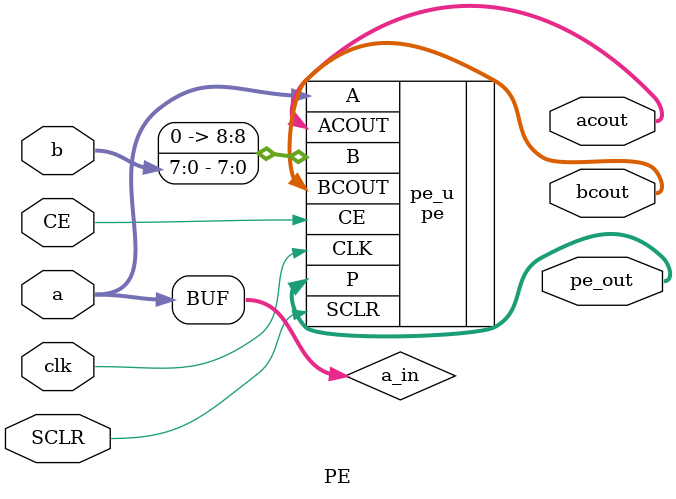
<source format=v>

`timescale 1ns/1ps

module Systolic_Array (
  input               start,
  input               last,
  input      [511:0]  A_Array,
  input      [511:0]  B_Array,
  output     [2047:0] Array_OUT,
  input               clk,
  input               reset
);

  wire       [63:0]   tile_8_A;
  wire       [63:0]   tile_8_B;
  wire       [63:0]   tile_9_A;
  wire       [63:0]   tile_9_B;
  wire       [63:0]   tile_10_A;
  wire       [63:0]   tile_10_B;
  wire       [63:0]   tile_11_A;
  wire       [63:0]   tile_11_B;
  wire       [63:0]   tile_12_A;
  wire       [63:0]   tile_12_B;
  wire       [63:0]   tile_13_A;
  wire       [63:0]   tile_13_B;
  wire       [63:0]   tile_14_A;
  wire       [63:0]   tile_14_B;
  wire       [63:0]   tile_15_A;
  wire       [63:0]   tile_15_B;
  wire       [2047:0] tile_8_Tile_OUT;
  wire       [2047:0] tile_9_Tile_OUT;
  wire       [2047:0] tile_10_Tile_OUT;
  wire       [2047:0] tile_11_Tile_OUT;
  wire       [2047:0] tile_12_Tile_OUT;
  wire       [2047:0] tile_13_Tile_OUT;
  wire       [2047:0] tile_14_Tile_OUT;
  wire       [2047:0] tile_15_Tile_OUT;
  wire       [2047:0] Array_temp_0;
  wire       [2047:0] Array_temp_1;
  wire       [2047:0] Array_temp_2;
  wire       [2047:0] Array_temp_3;
  wire       [2047:0] Array_temp_4;
  wire       [2047:0] Array_temp_5;
  wire       [2047:0] Array_temp_6;
  wire       [2047:0] Array_temp_7;
  reg                 SCLR;
  reg                 last1;
  reg                 last2;
  reg                 CE;
  wire                add_en;

  Tile tile_8 (
    .CE       (CE                     ), //i
    .SCLR     (SCLR                   ), //i
    .A        (tile_8_A[63:0]         ), //i
    .B        (tile_8_B[63:0]         ), //i
    .Tile_OUT (tile_8_Tile_OUT[2047:0]), //o
    .clk      (clk                    ), //i
    .reset    (reset                  )  //i
  );
  Tile tile_9 (
    .CE       (CE                     ), //i
    .SCLR     (SCLR                   ), //i
    .A        (tile_9_A[63:0]         ), //i
    .B        (tile_9_B[63:0]         ), //i
    .Tile_OUT (tile_9_Tile_OUT[2047:0]), //o
    .clk      (clk                    ), //i
    .reset    (reset                  )  //i
  );
  Tile tile_10 (
    .CE       (CE                      ), //i
    .SCLR     (SCLR                    ), //i
    .A        (tile_10_A[63:0]         ), //i
    .B        (tile_10_B[63:0]         ), //i
    .Tile_OUT (tile_10_Tile_OUT[2047:0]), //o
    .clk      (clk                     ), //i
    .reset    (reset                   )  //i
  );
  Tile tile_11 (
    .CE       (CE                      ), //i
    .SCLR     (SCLR                    ), //i
    .A        (tile_11_A[63:0]         ), //i
    .B        (tile_11_B[63:0]         ), //i
    .Tile_OUT (tile_11_Tile_OUT[2047:0]), //o
    .clk      (clk                     ), //i
    .reset    (reset                   )  //i
  );
  Tile tile_12 (
    .CE       (CE                      ), //i
    .SCLR     (SCLR                    ), //i
    .A        (tile_12_A[63:0]         ), //i
    .B        (tile_12_B[63:0]         ), //i
    .Tile_OUT (tile_12_Tile_OUT[2047:0]), //o
    .clk      (clk                     ), //i
    .reset    (reset                   )  //i
  );
  Tile tile_13 (
    .CE       (CE                      ), //i
    .SCLR     (SCLR                    ), //i
    .A        (tile_13_A[63:0]         ), //i
    .B        (tile_13_B[63:0]         ), //i
    .Tile_OUT (tile_13_Tile_OUT[2047:0]), //o
    .clk      (clk                     ), //i
    .reset    (reset                   )  //i
  );
  Tile tile_14 (
    .CE       (CE                      ), //i
    .SCLR     (SCLR                    ), //i
    .A        (tile_14_A[63:0]         ), //i
    .B        (tile_14_B[63:0]         ), //i
    .Tile_OUT (tile_14_Tile_OUT[2047:0]), //o
    .clk      (clk                     ), //i
    .reset    (reset                   )  //i
  );
  Tile tile_15 (
    .CE       (CE                      ), //i
    .SCLR     (SCLR                    ), //i
    .A        (tile_15_A[63:0]         ), //i
    .B        (tile_15_B[63:0]         ), //i
    .Tile_OUT (tile_15_Tile_OUT[2047:0]), //o
    .clk      (clk                     ), //i
    .reset    (reset                   )  //i
  );
  assign add_en = 1'b0;
  assign tile_8_A = A_Array[63 : 0];
  assign tile_8_B = B_Array[63 : 0];
  assign Array_temp_0 = tile_8_Tile_OUT;
  assign tile_9_A = A_Array[127 : 64];
  assign tile_9_B = B_Array[127 : 64];
  assign Array_temp_1 = tile_9_Tile_OUT;
  assign tile_10_A = A_Array[191 : 128];
  assign tile_10_B = B_Array[191 : 128];
  assign Array_temp_2 = tile_10_Tile_OUT;
  assign tile_11_A = A_Array[255 : 192];
  assign tile_11_B = B_Array[255 : 192];
  assign Array_temp_3 = tile_11_Tile_OUT;
  assign tile_12_A = A_Array[319 : 256];
  assign tile_12_B = B_Array[319 : 256];
  assign Array_temp_4 = tile_12_Tile_OUT;
  assign tile_13_A = A_Array[383 : 320];
  assign tile_13_B = B_Array[383 : 320];
  assign Array_temp_5 = tile_13_Tile_OUT;
  assign tile_14_A = A_Array[447 : 384];
  assign tile_14_B = B_Array[447 : 384];
  assign Array_temp_6 = tile_14_Tile_OUT;
  assign tile_15_A = A_Array[511 : 448];
  assign tile_15_B = B_Array[511 : 448];
  assign Array_temp_7 = tile_15_Tile_OUT;
  assign Array_OUT = Array_temp_0;
  always @(posedge clk) begin
    if(reset) begin
      SCLR <= 1'b0;
      last1 <= 1'b0;
      last2 <= 1'b0;
      CE <= 1'b0;
    end else begin
      CE <= start;
      last1 <= last;
      last2 <= last1;
      SCLR <= last2;
    end
  end


endmodule

//Tile replaced by Tile

//Tile replaced by Tile

//Tile replaced by Tile

//Tile replaced by Tile

//Tile replaced by Tile

//Tile replaced by Tile

//Tile replaced by Tile

module Tile (
  input               CE,
  input               SCLR,
  input      [63:0]   A,
  input      [63:0]   B,
  output reg [2047:0] Tile_OUT,
  input               clk,
  input               reset
);

  wire       [7:0]    pe_00_a;
  wire       [7:0]    pe_00_b;
  wire                pE_1_CE;
  wire                pE_1_SCLR;
  wire       [7:0]    pE_1_b;
  wire                pE_2_CE;
  wire                pE_2_SCLR;
  wire       [7:0]    pE_2_b;
  wire                pE_3_CE;
  wire                pE_3_SCLR;
  wire       [7:0]    pE_3_b;
  wire                pE_4_CE;
  wire                pE_4_SCLR;
  wire       [7:0]    pE_4_b;
  wire                pE_5_CE;
  wire                pE_5_SCLR;
  wire       [7:0]    pE_5_b;
  wire                pE_6_CE;
  wire                pE_6_SCLR;
  wire       [7:0]    pE_6_b;
  wire                pE_7_CE;
  wire                pE_7_SCLR;
  wire       [7:0]    pE_7_b;
  wire                pE_8_CE;
  wire                pE_8_SCLR;
  wire       [7:0]    pE_8_a;
  wire                pE_9_CE;
  wire                pE_9_SCLR;
  wire       [7:0]    pE_9_a;
  wire                pE_10_CE;
  wire                pE_10_SCLR;
  wire       [7:0]    pE_10_a;
  wire                pE_11_CE;
  wire                pE_11_SCLR;
  wire       [7:0]    pE_11_a;
  wire                pE_12_CE;
  wire                pE_12_SCLR;
  wire       [7:0]    pE_12_a;
  wire                pE_13_CE;
  wire                pE_13_SCLR;
  wire       [7:0]    pE_13_a;
  wire                pE_14_CE;
  wire                pE_14_SCLR;
  wire       [7:0]    pE_14_a;
  wire                pE_15_CE;
  wire                pE_15_SCLR;
  wire                pE_16_CE;
  wire                pE_16_SCLR;
  wire                pE_17_CE;
  wire                pE_17_SCLR;
  wire                pE_18_CE;
  wire                pE_18_SCLR;
  wire                pE_19_CE;
  wire                pE_19_SCLR;
  wire                pE_20_CE;
  wire                pE_20_SCLR;
  wire                pE_21_CE;
  wire                pE_21_SCLR;
  wire                pE_22_CE;
  wire                pE_22_SCLR;
  wire                pE_23_CE;
  wire                pE_23_SCLR;
  wire                pE_24_CE;
  wire                pE_24_SCLR;
  wire                pE_25_CE;
  wire                pE_25_SCLR;
  wire                pE_26_CE;
  wire                pE_26_SCLR;
  wire                pE_27_CE;
  wire                pE_27_SCLR;
  wire                pE_28_CE;
  wire                pE_28_SCLR;
  wire                pE_29_CE;
  wire                pE_29_SCLR;
  wire                pE_30_CE;
  wire                pE_30_SCLR;
  wire                pE_31_CE;
  wire                pE_31_SCLR;
  wire                pE_32_CE;
  wire                pE_32_SCLR;
  wire                pE_33_CE;
  wire                pE_33_SCLR;
  wire                pE_34_CE;
  wire                pE_34_SCLR;
  wire                pE_35_CE;
  wire                pE_35_SCLR;
  wire                pE_36_CE;
  wire                pE_36_SCLR;
  wire                pE_37_CE;
  wire                pE_37_SCLR;
  wire                pE_38_CE;
  wire                pE_38_SCLR;
  wire                pE_39_CE;
  wire                pE_39_SCLR;
  wire                pE_40_CE;
  wire                pE_40_SCLR;
  wire                pE_41_CE;
  wire                pE_41_SCLR;
  wire                pE_42_CE;
  wire                pE_42_SCLR;
  wire                pE_43_CE;
  wire                pE_43_SCLR;
  wire                pE_44_CE;
  wire                pE_44_SCLR;
  wire                pE_45_CE;
  wire                pE_45_SCLR;
  wire                pE_46_CE;
  wire                pE_46_SCLR;
  wire                pE_47_CE;
  wire                pE_47_SCLR;
  wire                pE_48_CE;
  wire                pE_48_SCLR;
  wire                pE_49_CE;
  wire                pE_49_SCLR;
  wire                pE_50_CE;
  wire                pE_50_SCLR;
  wire                pE_51_CE;
  wire                pE_51_SCLR;
  wire                pE_52_CE;
  wire                pE_52_SCLR;
  wire                pE_53_CE;
  wire                pE_53_SCLR;
  wire                pE_54_CE;
  wire                pE_54_SCLR;
  wire                pE_55_CE;
  wire                pE_55_SCLR;
  wire                pE_56_CE;
  wire                pE_56_SCLR;
  wire                pE_57_CE;
  wire                pE_57_SCLR;
  wire                pE_58_CE;
  wire                pE_58_SCLR;
  wire                pE_59_CE;
  wire                pE_59_SCLR;
  wire                pE_60_CE;
  wire                pE_60_SCLR;
  wire                pE_61_CE;
  wire                pE_61_SCLR;
  wire                pE_62_CE;
  wire                pE_62_SCLR;
  wire                pE_63_CE;
  wire                pE_63_SCLR;
  wire       [31:0]   pe_00_pe_out;
  wire       [7:0]    pe_00_acout;
  wire       [7:0]    pe_00_bcout;
  wire       [31:0]   pE_1_pe_out;
  wire       [7:0]    pE_1_acout;
  wire       [7:0]    pE_1_bcout;
  wire       [31:0]   pE_2_pe_out;
  wire       [7:0]    pE_2_acout;
  wire       [7:0]    pE_2_bcout;
  wire       [31:0]   pE_3_pe_out;
  wire       [7:0]    pE_3_acout;
  wire       [7:0]    pE_3_bcout;
  wire       [31:0]   pE_4_pe_out;
  wire       [7:0]    pE_4_acout;
  wire       [7:0]    pE_4_bcout;
  wire       [31:0]   pE_5_pe_out;
  wire       [7:0]    pE_5_acout;
  wire       [7:0]    pE_5_bcout;
  wire       [31:0]   pE_6_pe_out;
  wire       [7:0]    pE_6_acout;
  wire       [7:0]    pE_6_bcout;
  wire       [31:0]   pE_7_pe_out;
  wire       [7:0]    pE_7_acout;
  wire       [7:0]    pE_7_bcout;
  wire       [31:0]   pE_8_pe_out;
  wire       [7:0]    pE_8_acout;
  wire       [7:0]    pE_8_bcout;
  wire       [31:0]   pE_9_pe_out;
  wire       [7:0]    pE_9_acout;
  wire       [7:0]    pE_9_bcout;
  wire       [31:0]   pE_10_pe_out;
  wire       [7:0]    pE_10_acout;
  wire       [7:0]    pE_10_bcout;
  wire       [31:0]   pE_11_pe_out;
  wire       [7:0]    pE_11_acout;
  wire       [7:0]    pE_11_bcout;
  wire       [31:0]   pE_12_pe_out;
  wire       [7:0]    pE_12_acout;
  wire       [7:0]    pE_12_bcout;
  wire       [31:0]   pE_13_pe_out;
  wire       [7:0]    pE_13_acout;
  wire       [7:0]    pE_13_bcout;
  wire       [31:0]   pE_14_pe_out;
  wire       [7:0]    pE_14_acout;
  wire       [7:0]    pE_14_bcout;
  wire       [31:0]   pE_15_pe_out;
  wire       [7:0]    pE_15_acout;
  wire       [7:0]    pE_15_bcout;
  wire       [31:0]   pE_16_pe_out;
  wire       [7:0]    pE_16_acout;
  wire       [7:0]    pE_16_bcout;
  wire       [31:0]   pE_17_pe_out;
  wire       [7:0]    pE_17_acout;
  wire       [7:0]    pE_17_bcout;
  wire       [31:0]   pE_18_pe_out;
  wire       [7:0]    pE_18_acout;
  wire       [7:0]    pE_18_bcout;
  wire       [31:0]   pE_19_pe_out;
  wire       [7:0]    pE_19_acout;
  wire       [7:0]    pE_19_bcout;
  wire       [31:0]   pE_20_pe_out;
  wire       [7:0]    pE_20_acout;
  wire       [7:0]    pE_20_bcout;
  wire       [31:0]   pE_21_pe_out;
  wire       [7:0]    pE_21_acout;
  wire       [7:0]    pE_21_bcout;
  wire       [31:0]   pE_22_pe_out;
  wire       [7:0]    pE_22_acout;
  wire       [7:0]    pE_22_bcout;
  wire       [31:0]   pE_23_pe_out;
  wire       [7:0]    pE_23_acout;
  wire       [7:0]    pE_23_bcout;
  wire       [31:0]   pE_24_pe_out;
  wire       [7:0]    pE_24_acout;
  wire       [7:0]    pE_24_bcout;
  wire       [31:0]   pE_25_pe_out;
  wire       [7:0]    pE_25_acout;
  wire       [7:0]    pE_25_bcout;
  wire       [31:0]   pE_26_pe_out;
  wire       [7:0]    pE_26_acout;
  wire       [7:0]    pE_26_bcout;
  wire       [31:0]   pE_27_pe_out;
  wire       [7:0]    pE_27_acout;
  wire       [7:0]    pE_27_bcout;
  wire       [31:0]   pE_28_pe_out;
  wire       [7:0]    pE_28_acout;
  wire       [7:0]    pE_28_bcout;
  wire       [31:0]   pE_29_pe_out;
  wire       [7:0]    pE_29_acout;
  wire       [7:0]    pE_29_bcout;
  wire       [31:0]   pE_30_pe_out;
  wire       [7:0]    pE_30_acout;
  wire       [7:0]    pE_30_bcout;
  wire       [31:0]   pE_31_pe_out;
  wire       [7:0]    pE_31_acout;
  wire       [7:0]    pE_31_bcout;
  wire       [31:0]   pE_32_pe_out;
  wire       [7:0]    pE_32_acout;
  wire       [7:0]    pE_32_bcout;
  wire       [31:0]   pE_33_pe_out;
  wire       [7:0]    pE_33_acout;
  wire       [7:0]    pE_33_bcout;
  wire       [31:0]   pE_34_pe_out;
  wire       [7:0]    pE_34_acout;
  wire       [7:0]    pE_34_bcout;
  wire       [31:0]   pE_35_pe_out;
  wire       [7:0]    pE_35_acout;
  wire       [7:0]    pE_35_bcout;
  wire       [31:0]   pE_36_pe_out;
  wire       [7:0]    pE_36_acout;
  wire       [7:0]    pE_36_bcout;
  wire       [31:0]   pE_37_pe_out;
  wire       [7:0]    pE_37_acout;
  wire       [7:0]    pE_37_bcout;
  wire       [31:0]   pE_38_pe_out;
  wire       [7:0]    pE_38_acout;
  wire       [7:0]    pE_38_bcout;
  wire       [31:0]   pE_39_pe_out;
  wire       [7:0]    pE_39_acout;
  wire       [7:0]    pE_39_bcout;
  wire       [31:0]   pE_40_pe_out;
  wire       [7:0]    pE_40_acout;
  wire       [7:0]    pE_40_bcout;
  wire       [31:0]   pE_41_pe_out;
  wire       [7:0]    pE_41_acout;
  wire       [7:0]    pE_41_bcout;
  wire       [31:0]   pE_42_pe_out;
  wire       [7:0]    pE_42_acout;
  wire       [7:0]    pE_42_bcout;
  wire       [31:0]   pE_43_pe_out;
  wire       [7:0]    pE_43_acout;
  wire       [7:0]    pE_43_bcout;
  wire       [31:0]   pE_44_pe_out;
  wire       [7:0]    pE_44_acout;
  wire       [7:0]    pE_44_bcout;
  wire       [31:0]   pE_45_pe_out;
  wire       [7:0]    pE_45_acout;
  wire       [7:0]    pE_45_bcout;
  wire       [31:0]   pE_46_pe_out;
  wire       [7:0]    pE_46_acout;
  wire       [7:0]    pE_46_bcout;
  wire       [31:0]   pE_47_pe_out;
  wire       [7:0]    pE_47_acout;
  wire       [7:0]    pE_47_bcout;
  wire       [31:0]   pE_48_pe_out;
  wire       [7:0]    pE_48_acout;
  wire       [7:0]    pE_48_bcout;
  wire       [31:0]   pE_49_pe_out;
  wire       [7:0]    pE_49_acout;
  wire       [7:0]    pE_49_bcout;
  wire       [31:0]   pE_50_pe_out;
  wire       [7:0]    pE_50_acout;
  wire       [7:0]    pE_50_bcout;
  wire       [31:0]   pE_51_pe_out;
  wire       [7:0]    pE_51_acout;
  wire       [7:0]    pE_51_bcout;
  wire       [31:0]   pE_52_pe_out;
  wire       [7:0]    pE_52_acout;
  wire       [7:0]    pE_52_bcout;
  wire       [31:0]   pE_53_pe_out;
  wire       [7:0]    pE_53_acout;
  wire       [7:0]    pE_53_bcout;
  wire       [31:0]   pE_54_pe_out;
  wire       [7:0]    pE_54_acout;
  wire       [7:0]    pE_54_bcout;
  wire       [31:0]   pE_55_pe_out;
  wire       [7:0]    pE_55_acout;
  wire       [7:0]    pE_55_bcout;
  wire       [31:0]   pE_56_pe_out;
  wire       [7:0]    pE_56_acout;
  wire       [7:0]    pE_56_bcout;
  wire       [31:0]   pE_57_pe_out;
  wire       [7:0]    pE_57_acout;
  wire       [7:0]    pE_57_bcout;
  wire       [31:0]   pE_58_pe_out;
  wire       [7:0]    pE_58_acout;
  wire       [7:0]    pE_58_bcout;
  wire       [31:0]   pE_59_pe_out;
  wire       [7:0]    pE_59_acout;
  wire       [7:0]    pE_59_bcout;
  wire       [31:0]   pE_60_pe_out;
  wire       [7:0]    pE_60_acout;
  wire       [7:0]    pE_60_bcout;
  wire       [31:0]   pE_61_pe_out;
  wire       [7:0]    pE_61_acout;
  wire       [7:0]    pE_61_bcout;
  wire       [31:0]   pE_62_pe_out;
  wire       [7:0]    pE_62_acout;
  wire       [7:0]    pE_62_bcout;
  wire       [31:0]   pE_63_pe_out;
  wire       [7:0]    pE_63_acout;
  wire       [7:0]    pE_63_bcout;
  reg        [13:0]   CE_srl;
  reg        [13:0]   SCLR_srl;
  wire       [7:0]    ACOUT_0_0;
  wire       [7:0]    ACOUT_0_1;
  wire       [7:0]    ACOUT_0_2;
  wire       [7:0]    ACOUT_0_3;
  wire       [7:0]    ACOUT_0_4;
  wire       [7:0]    ACOUT_0_5;
  wire       [7:0]    ACOUT_0_6;
  wire       [7:0]    ACOUT_0_7;
  wire       [7:0]    ACOUT_1_0;
  wire       [7:0]    ACOUT_1_1;
  wire       [7:0]    ACOUT_1_2;
  wire       [7:0]    ACOUT_1_3;
  wire       [7:0]    ACOUT_1_4;
  wire       [7:0]    ACOUT_1_5;
  wire       [7:0]    ACOUT_1_6;
  wire       [7:0]    ACOUT_1_7;
  wire       [7:0]    ACOUT_2_0;
  wire       [7:0]    ACOUT_2_1;
  wire       [7:0]    ACOUT_2_2;
  wire       [7:0]    ACOUT_2_3;
  wire       [7:0]    ACOUT_2_4;
  wire       [7:0]    ACOUT_2_5;
  wire       [7:0]    ACOUT_2_6;
  wire       [7:0]    ACOUT_2_7;
  wire       [7:0]    ACOUT_3_0;
  wire       [7:0]    ACOUT_3_1;
  wire       [7:0]    ACOUT_3_2;
  wire       [7:0]    ACOUT_3_3;
  wire       [7:0]    ACOUT_3_4;
  wire       [7:0]    ACOUT_3_5;
  wire       [7:0]    ACOUT_3_6;
  wire       [7:0]    ACOUT_3_7;
  wire       [7:0]    ACOUT_4_0;
  wire       [7:0]    ACOUT_4_1;
  wire       [7:0]    ACOUT_4_2;
  wire       [7:0]    ACOUT_4_3;
  wire       [7:0]    ACOUT_4_4;
  wire       [7:0]    ACOUT_4_5;
  wire       [7:0]    ACOUT_4_6;
  wire       [7:0]    ACOUT_4_7;
  wire       [7:0]    ACOUT_5_0;
  wire       [7:0]    ACOUT_5_1;
  wire       [7:0]    ACOUT_5_2;
  wire       [7:0]    ACOUT_5_3;
  wire       [7:0]    ACOUT_5_4;
  wire       [7:0]    ACOUT_5_5;
  wire       [7:0]    ACOUT_5_6;
  wire       [7:0]    ACOUT_5_7;
  wire       [7:0]    ACOUT_6_0;
  wire       [7:0]    ACOUT_6_1;
  wire       [7:0]    ACOUT_6_2;
  wire       [7:0]    ACOUT_6_3;
  wire       [7:0]    ACOUT_6_4;
  wire       [7:0]    ACOUT_6_5;
  wire       [7:0]    ACOUT_6_6;
  wire       [7:0]    ACOUT_6_7;
  wire       [7:0]    ACOUT_7_0;
  wire       [7:0]    ACOUT_7_1;
  wire       [7:0]    ACOUT_7_2;
  wire       [7:0]    ACOUT_7_3;
  wire       [7:0]    ACOUT_7_4;
  wire       [7:0]    ACOUT_7_5;
  wire       [7:0]    ACOUT_7_6;
  wire       [7:0]    ACOUT_7_7;
  wire       [7:0]    BCOUT_0_0;
  wire       [7:0]    BCOUT_0_1;
  wire       [7:0]    BCOUT_0_2;
  wire       [7:0]    BCOUT_0_3;
  wire       [7:0]    BCOUT_0_4;
  wire       [7:0]    BCOUT_0_5;
  wire       [7:0]    BCOUT_0_6;
  wire       [7:0]    BCOUT_0_7;
  wire       [7:0]    BCOUT_1_0;
  wire       [7:0]    BCOUT_1_1;
  wire       [7:0]    BCOUT_1_2;
  wire       [7:0]    BCOUT_1_3;
  wire       [7:0]    BCOUT_1_4;
  wire       [7:0]    BCOUT_1_5;
  wire       [7:0]    BCOUT_1_6;
  wire       [7:0]    BCOUT_1_7;
  wire       [7:0]    BCOUT_2_0;
  wire       [7:0]    BCOUT_2_1;
  wire       [7:0]    BCOUT_2_2;
  wire       [7:0]    BCOUT_2_3;
  wire       [7:0]    BCOUT_2_4;
  wire       [7:0]    BCOUT_2_5;
  wire       [7:0]    BCOUT_2_6;
  wire       [7:0]    BCOUT_2_7;
  wire       [7:0]    BCOUT_3_0;
  wire       [7:0]    BCOUT_3_1;
  wire       [7:0]    BCOUT_3_2;
  wire       [7:0]    BCOUT_3_3;
  wire       [7:0]    BCOUT_3_4;
  wire       [7:0]    BCOUT_3_5;
  wire       [7:0]    BCOUT_3_6;
  wire       [7:0]    BCOUT_3_7;
  wire       [7:0]    BCOUT_4_0;
  wire       [7:0]    BCOUT_4_1;
  wire       [7:0]    BCOUT_4_2;
  wire       [7:0]    BCOUT_4_3;
  wire       [7:0]    BCOUT_4_4;
  wire       [7:0]    BCOUT_4_5;
  wire       [7:0]    BCOUT_4_6;
  wire       [7:0]    BCOUT_4_7;
  wire       [7:0]    BCOUT_5_0;
  wire       [7:0]    BCOUT_5_1;
  wire       [7:0]    BCOUT_5_2;
  wire       [7:0]    BCOUT_5_3;
  wire       [7:0]    BCOUT_5_4;
  wire       [7:0]    BCOUT_5_5;
  wire       [7:0]    BCOUT_5_6;
  wire       [7:0]    BCOUT_5_7;
  wire       [7:0]    BCOUT_6_0;
  wire       [7:0]    BCOUT_6_1;
  wire       [7:0]    BCOUT_6_2;
  wire       [7:0]    BCOUT_6_3;
  wire       [7:0]    BCOUT_6_4;
  wire       [7:0]    BCOUT_6_5;
  wire       [7:0]    BCOUT_6_6;
  wire       [7:0]    BCOUT_6_7;
  wire       [7:0]    BCOUT_7_0;
  wire       [7:0]    BCOUT_7_1;
  wire       [7:0]    BCOUT_7_2;
  wire       [7:0]    BCOUT_7_3;
  wire       [7:0]    BCOUT_7_4;
  wire       [7:0]    BCOUT_7_5;
  wire       [7:0]    BCOUT_7_6;
  wire       [7:0]    BCOUT_7_7;

  PE pe_00 (
    .clk    (clk               ), //i
    .CE     (CE                ), //i
    .SCLR   (SCLR              ), //i
    .a      (pe_00_a[7:0]      ), //i
    .b      (pe_00_b[7:0]      ), //i
    .pe_out (pe_00_pe_out[31:0]), //o
    .acout  (pe_00_acout[7:0]  ), //o
    .bcout  (pe_00_bcout[7:0]  )  //o
  );
  PE pE_1 (
    .clk    (clk              ), //i
    .CE     (pE_1_CE          ), //i
    .SCLR   (pE_1_SCLR        ), //i
    .a      (ACOUT_0_0[7:0]   ), //i
    .b      (pE_1_b[7:0]      ), //i
    .pe_out (pE_1_pe_out[31:0]), //o
    .acout  (pE_1_acout[7:0]  ), //o
    .bcout  (pE_1_bcout[7:0]  )  //o
  );
  PE pE_2 (
    .clk    (clk              ), //i
    .CE     (pE_2_CE          ), //i
    .SCLR   (pE_2_SCLR        ), //i
    .a      (ACOUT_0_1[7:0]   ), //i
    .b      (pE_2_b[7:0]      ), //i
    .pe_out (pE_2_pe_out[31:0]), //o
    .acout  (pE_2_acout[7:0]  ), //o
    .bcout  (pE_2_bcout[7:0]  )  //o
  );
  PE pE_3 (
    .clk    (clk              ), //i
    .CE     (pE_3_CE          ), //i
    .SCLR   (pE_3_SCLR        ), //i
    .a      (ACOUT_0_2[7:0]   ), //i
    .b      (pE_3_b[7:0]      ), //i
    .pe_out (pE_3_pe_out[31:0]), //o
    .acout  (pE_3_acout[7:0]  ), //o
    .bcout  (pE_3_bcout[7:0]  )  //o
  );
  PE pE_4 (
    .clk    (clk              ), //i
    .CE     (pE_4_CE          ), //i
    .SCLR   (pE_4_SCLR        ), //i
    .a      (ACOUT_0_3[7:0]   ), //i
    .b      (pE_4_b[7:0]      ), //i
    .pe_out (pE_4_pe_out[31:0]), //o
    .acout  (pE_4_acout[7:0]  ), //o
    .bcout  (pE_4_bcout[7:0]  )  //o
  );
  PE pE_5 (
    .clk    (clk              ), //i
    .CE     (pE_5_CE          ), //i
    .SCLR   (pE_5_SCLR        ), //i
    .a      (ACOUT_0_4[7:0]   ), //i
    .b      (pE_5_b[7:0]      ), //i
    .pe_out (pE_5_pe_out[31:0]), //o
    .acout  (pE_5_acout[7:0]  ), //o
    .bcout  (pE_5_bcout[7:0]  )  //o
  );
  PE pE_6 (
    .clk    (clk              ), //i
    .CE     (pE_6_CE          ), //i
    .SCLR   (pE_6_SCLR        ), //i
    .a      (ACOUT_0_5[7:0]   ), //i
    .b      (pE_6_b[7:0]      ), //i
    .pe_out (pE_6_pe_out[31:0]), //o
    .acout  (pE_6_acout[7:0]  ), //o
    .bcout  (pE_6_bcout[7:0]  )  //o
  );
  PE pE_7 (
    .clk    (clk              ), //i
    .CE     (pE_7_CE          ), //i
    .SCLR   (pE_7_SCLR        ), //i
    .a      (ACOUT_0_6[7:0]   ), //i
    .b      (pE_7_b[7:0]      ), //i
    .pe_out (pE_7_pe_out[31:0]), //o
    .acout  (pE_7_acout[7:0]  ), //o
    .bcout  (pE_7_bcout[7:0]  )  //o
  );
  PE pE_8 (
    .clk    (clk              ), //i
    .CE     (pE_8_CE          ), //i
    .SCLR   (pE_8_SCLR        ), //i
    .a      (pE_8_a[7:0]      ), //i
    .b      (BCOUT_0_0[7:0]   ), //i
    .pe_out (pE_8_pe_out[31:0]), //o
    .acout  (pE_8_acout[7:0]  ), //o
    .bcout  (pE_8_bcout[7:0]  )  //o
  );
  PE pE_9 (
    .clk    (clk              ), //i
    .CE     (pE_9_CE          ), //i
    .SCLR   (pE_9_SCLR        ), //i
    .a      (pE_9_a[7:0]      ), //i
    .b      (BCOUT_1_0[7:0]   ), //i
    .pe_out (pE_9_pe_out[31:0]), //o
    .acout  (pE_9_acout[7:0]  ), //o
    .bcout  (pE_9_bcout[7:0]  )  //o
  );
  PE pE_10 (
    .clk    (clk               ), //i
    .CE     (pE_10_CE          ), //i
    .SCLR   (pE_10_SCLR        ), //i
    .a      (pE_10_a[7:0]      ), //i
    .b      (BCOUT_2_0[7:0]    ), //i
    .pe_out (pE_10_pe_out[31:0]), //o
    .acout  (pE_10_acout[7:0]  ), //o
    .bcout  (pE_10_bcout[7:0]  )  //o
  );
  PE pE_11 (
    .clk    (clk               ), //i
    .CE     (pE_11_CE          ), //i
    .SCLR   (pE_11_SCLR        ), //i
    .a      (pE_11_a[7:0]      ), //i
    .b      (BCOUT_3_0[7:0]    ), //i
    .pe_out (pE_11_pe_out[31:0]), //o
    .acout  (pE_11_acout[7:0]  ), //o
    .bcout  (pE_11_bcout[7:0]  )  //o
  );
  PE pE_12 (
    .clk    (clk               ), //i
    .CE     (pE_12_CE          ), //i
    .SCLR   (pE_12_SCLR        ), //i
    .a      (pE_12_a[7:0]      ), //i
    .b      (BCOUT_4_0[7:0]    ), //i
    .pe_out (pE_12_pe_out[31:0]), //o
    .acout  (pE_12_acout[7:0]  ), //o
    .bcout  (pE_12_bcout[7:0]  )  //o
  );
  PE pE_13 (
    .clk    (clk               ), //i
    .CE     (pE_13_CE          ), //i
    .SCLR   (pE_13_SCLR        ), //i
    .a      (pE_13_a[7:0]      ), //i
    .b      (BCOUT_5_0[7:0]    ), //i
    .pe_out (pE_13_pe_out[31:0]), //o
    .acout  (pE_13_acout[7:0]  ), //o
    .bcout  (pE_13_bcout[7:0]  )  //o
  );
  PE pE_14 (
    .clk    (clk               ), //i
    .CE     (pE_14_CE          ), //i
    .SCLR   (pE_14_SCLR        ), //i
    .a      (pE_14_a[7:0]      ), //i
    .b      (BCOUT_6_0[7:0]    ), //i
    .pe_out (pE_14_pe_out[31:0]), //o
    .acout  (pE_14_acout[7:0]  ), //o
    .bcout  (pE_14_bcout[7:0]  )  //o
  );
  PE pE_15 (
    .clk    (clk               ), //i
    .CE     (pE_15_CE          ), //i
    .SCLR   (pE_15_SCLR        ), //i
    .a      (ACOUT_1_0[7:0]    ), //i
    .b      (BCOUT_0_1[7:0]    ), //i
    .pe_out (pE_15_pe_out[31:0]), //o
    .acout  (pE_15_acout[7:0]  ), //o
    .bcout  (pE_15_bcout[7:0]  )  //o
  );
  PE pE_16 (
    .clk    (clk               ), //i
    .CE     (pE_16_CE          ), //i
    .SCLR   (pE_16_SCLR        ), //i
    .a      (ACOUT_1_1[7:0]    ), //i
    .b      (BCOUT_0_2[7:0]    ), //i
    .pe_out (pE_16_pe_out[31:0]), //o
    .acout  (pE_16_acout[7:0]  ), //o
    .bcout  (pE_16_bcout[7:0]  )  //o
  );
  PE pE_17 (
    .clk    (clk               ), //i
    .CE     (pE_17_CE          ), //i
    .SCLR   (pE_17_SCLR        ), //i
    .a      (ACOUT_1_2[7:0]    ), //i
    .b      (BCOUT_0_3[7:0]    ), //i
    .pe_out (pE_17_pe_out[31:0]), //o
    .acout  (pE_17_acout[7:0]  ), //o
    .bcout  (pE_17_bcout[7:0]  )  //o
  );
  PE pE_18 (
    .clk    (clk               ), //i
    .CE     (pE_18_CE          ), //i
    .SCLR   (pE_18_SCLR        ), //i
    .a      (ACOUT_1_3[7:0]    ), //i
    .b      (BCOUT_0_4[7:0]    ), //i
    .pe_out (pE_18_pe_out[31:0]), //o
    .acout  (pE_18_acout[7:0]  ), //o
    .bcout  (pE_18_bcout[7:0]  )  //o
  );
  PE pE_19 (
    .clk    (clk               ), //i
    .CE     (pE_19_CE          ), //i
    .SCLR   (pE_19_SCLR        ), //i
    .a      (ACOUT_1_4[7:0]    ), //i
    .b      (BCOUT_0_5[7:0]    ), //i
    .pe_out (pE_19_pe_out[31:0]), //o
    .acout  (pE_19_acout[7:0]  ), //o
    .bcout  (pE_19_bcout[7:0]  )  //o
  );
  PE pE_20 (
    .clk    (clk               ), //i
    .CE     (pE_20_CE          ), //i
    .SCLR   (pE_20_SCLR        ), //i
    .a      (ACOUT_1_5[7:0]    ), //i
    .b      (BCOUT_0_6[7:0]    ), //i
    .pe_out (pE_20_pe_out[31:0]), //o
    .acout  (pE_20_acout[7:0]  ), //o
    .bcout  (pE_20_bcout[7:0]  )  //o
  );
  PE pE_21 (
    .clk    (clk               ), //i
    .CE     (pE_21_CE          ), //i
    .SCLR   (pE_21_SCLR        ), //i
    .a      (ACOUT_1_6[7:0]    ), //i
    .b      (BCOUT_0_7[7:0]    ), //i
    .pe_out (pE_21_pe_out[31:0]), //o
    .acout  (pE_21_acout[7:0]  ), //o
    .bcout  (pE_21_bcout[7:0]  )  //o
  );
  PE pE_22 (
    .clk    (clk               ), //i
    .CE     (pE_22_CE          ), //i
    .SCLR   (pE_22_SCLR        ), //i
    .a      (ACOUT_2_0[7:0]    ), //i
    .b      (BCOUT_1_1[7:0]    ), //i
    .pe_out (pE_22_pe_out[31:0]), //o
    .acout  (pE_22_acout[7:0]  ), //o
    .bcout  (pE_22_bcout[7:0]  )  //o
  );
  PE pE_23 (
    .clk    (clk               ), //i
    .CE     (pE_23_CE          ), //i
    .SCLR   (pE_23_SCLR        ), //i
    .a      (ACOUT_2_1[7:0]    ), //i
    .b      (BCOUT_1_2[7:0]    ), //i
    .pe_out (pE_23_pe_out[31:0]), //o
    .acout  (pE_23_acout[7:0]  ), //o
    .bcout  (pE_23_bcout[7:0]  )  //o
  );
  PE pE_24 (
    .clk    (clk               ), //i
    .CE     (pE_24_CE          ), //i
    .SCLR   (pE_24_SCLR        ), //i
    .a      (ACOUT_2_2[7:0]    ), //i
    .b      (BCOUT_1_3[7:0]    ), //i
    .pe_out (pE_24_pe_out[31:0]), //o
    .acout  (pE_24_acout[7:0]  ), //o
    .bcout  (pE_24_bcout[7:0]  )  //o
  );
  PE pE_25 (
    .clk    (clk               ), //i
    .CE     (pE_25_CE          ), //i
    .SCLR   (pE_25_SCLR        ), //i
    .a      (ACOUT_2_3[7:0]    ), //i
    .b      (BCOUT_1_4[7:0]    ), //i
    .pe_out (pE_25_pe_out[31:0]), //o
    .acout  (pE_25_acout[7:0]  ), //o
    .bcout  (pE_25_bcout[7:0]  )  //o
  );
  PE pE_26 (
    .clk    (clk               ), //i
    .CE     (pE_26_CE          ), //i
    .SCLR   (pE_26_SCLR        ), //i
    .a      (ACOUT_2_4[7:0]    ), //i
    .b      (BCOUT_1_5[7:0]    ), //i
    .pe_out (pE_26_pe_out[31:0]), //o
    .acout  (pE_26_acout[7:0]  ), //o
    .bcout  (pE_26_bcout[7:0]  )  //o
  );
  PE pE_27 (
    .clk    (clk               ), //i
    .CE     (pE_27_CE          ), //i
    .SCLR   (pE_27_SCLR        ), //i
    .a      (ACOUT_2_5[7:0]    ), //i
    .b      (BCOUT_1_6[7:0]    ), //i
    .pe_out (pE_27_pe_out[31:0]), //o
    .acout  (pE_27_acout[7:0]  ), //o
    .bcout  (pE_27_bcout[7:0]  )  //o
  );
  PE pE_28 (
    .clk    (clk               ), //i
    .CE     (pE_28_CE          ), //i
    .SCLR   (pE_28_SCLR        ), //i
    .a      (ACOUT_2_6[7:0]    ), //i
    .b      (BCOUT_1_7[7:0]    ), //i
    .pe_out (pE_28_pe_out[31:0]), //o
    .acout  (pE_28_acout[7:0]  ), //o
    .bcout  (pE_28_bcout[7:0]  )  //o
  );
  PE pE_29 (
    .clk    (clk               ), //i
    .CE     (pE_29_CE          ), //i
    .SCLR   (pE_29_SCLR        ), //i
    .a      (ACOUT_3_0[7:0]    ), //i
    .b      (BCOUT_2_1[7:0]    ), //i
    .pe_out (pE_29_pe_out[31:0]), //o
    .acout  (pE_29_acout[7:0]  ), //o
    .bcout  (pE_29_bcout[7:0]  )  //o
  );
  PE pE_30 (
    .clk    (clk               ), //i
    .CE     (pE_30_CE          ), //i
    .SCLR   (pE_30_SCLR        ), //i
    .a      (ACOUT_3_1[7:0]    ), //i
    .b      (BCOUT_2_2[7:0]    ), //i
    .pe_out (pE_30_pe_out[31:0]), //o
    .acout  (pE_30_acout[7:0]  ), //o
    .bcout  (pE_30_bcout[7:0]  )  //o
  );
  PE pE_31 (
    .clk    (clk               ), //i
    .CE     (pE_31_CE          ), //i
    .SCLR   (pE_31_SCLR        ), //i
    .a      (ACOUT_3_2[7:0]    ), //i
    .b      (BCOUT_2_3[7:0]    ), //i
    .pe_out (pE_31_pe_out[31:0]), //o
    .acout  (pE_31_acout[7:0]  ), //o
    .bcout  (pE_31_bcout[7:0]  )  //o
  );
  PE pE_32 (
    .clk    (clk               ), //i
    .CE     (pE_32_CE          ), //i
    .SCLR   (pE_32_SCLR        ), //i
    .a      (ACOUT_3_3[7:0]    ), //i
    .b      (BCOUT_2_4[7:0]    ), //i
    .pe_out (pE_32_pe_out[31:0]), //o
    .acout  (pE_32_acout[7:0]  ), //o
    .bcout  (pE_32_bcout[7:0]  )  //o
  );
  PE pE_33 (
    .clk    (clk               ), //i
    .CE     (pE_33_CE          ), //i
    .SCLR   (pE_33_SCLR        ), //i
    .a      (ACOUT_3_4[7:0]    ), //i
    .b      (BCOUT_2_5[7:0]    ), //i
    .pe_out (pE_33_pe_out[31:0]), //o
    .acout  (pE_33_acout[7:0]  ), //o
    .bcout  (pE_33_bcout[7:0]  )  //o
  );
  PE pE_34 (
    .clk    (clk               ), //i
    .CE     (pE_34_CE          ), //i
    .SCLR   (pE_34_SCLR        ), //i
    .a      (ACOUT_3_5[7:0]    ), //i
    .b      (BCOUT_2_6[7:0]    ), //i
    .pe_out (pE_34_pe_out[31:0]), //o
    .acout  (pE_34_acout[7:0]  ), //o
    .bcout  (pE_34_bcout[7:0]  )  //o
  );
  PE pE_35 (
    .clk    (clk               ), //i
    .CE     (pE_35_CE          ), //i
    .SCLR   (pE_35_SCLR        ), //i
    .a      (ACOUT_3_6[7:0]    ), //i
    .b      (BCOUT_2_7[7:0]    ), //i
    .pe_out (pE_35_pe_out[31:0]), //o
    .acout  (pE_35_acout[7:0]  ), //o
    .bcout  (pE_35_bcout[7:0]  )  //o
  );
  PE pE_36 (
    .clk    (clk               ), //i
    .CE     (pE_36_CE          ), //i
    .SCLR   (pE_36_SCLR        ), //i
    .a      (ACOUT_4_0[7:0]    ), //i
    .b      (BCOUT_3_1[7:0]    ), //i
    .pe_out (pE_36_pe_out[31:0]), //o
    .acout  (pE_36_acout[7:0]  ), //o
    .bcout  (pE_36_bcout[7:0]  )  //o
  );
  PE pE_37 (
    .clk    (clk               ), //i
    .CE     (pE_37_CE          ), //i
    .SCLR   (pE_37_SCLR        ), //i
    .a      (ACOUT_4_1[7:0]    ), //i
    .b      (BCOUT_3_2[7:0]    ), //i
    .pe_out (pE_37_pe_out[31:0]), //o
    .acout  (pE_37_acout[7:0]  ), //o
    .bcout  (pE_37_bcout[7:0]  )  //o
  );
  PE pE_38 (
    .clk    (clk               ), //i
    .CE     (pE_38_CE          ), //i
    .SCLR   (pE_38_SCLR        ), //i
    .a      (ACOUT_4_2[7:0]    ), //i
    .b      (BCOUT_3_3[7:0]    ), //i
    .pe_out (pE_38_pe_out[31:0]), //o
    .acout  (pE_38_acout[7:0]  ), //o
    .bcout  (pE_38_bcout[7:0]  )  //o
  );
  PE pE_39 (
    .clk    (clk               ), //i
    .CE     (pE_39_CE          ), //i
    .SCLR   (pE_39_SCLR        ), //i
    .a      (ACOUT_4_3[7:0]    ), //i
    .b      (BCOUT_3_4[7:0]    ), //i
    .pe_out (pE_39_pe_out[31:0]), //o
    .acout  (pE_39_acout[7:0]  ), //o
    .bcout  (pE_39_bcout[7:0]  )  //o
  );
  PE pE_40 (
    .clk    (clk               ), //i
    .CE     (pE_40_CE          ), //i
    .SCLR   (pE_40_SCLR        ), //i
    .a      (ACOUT_4_4[7:0]    ), //i
    .b      (BCOUT_3_5[7:0]    ), //i
    .pe_out (pE_40_pe_out[31:0]), //o
    .acout  (pE_40_acout[7:0]  ), //o
    .bcout  (pE_40_bcout[7:0]  )  //o
  );
  PE pE_41 (
    .clk    (clk               ), //i
    .CE     (pE_41_CE          ), //i
    .SCLR   (pE_41_SCLR        ), //i
    .a      (ACOUT_4_5[7:0]    ), //i
    .b      (BCOUT_3_6[7:0]    ), //i
    .pe_out (pE_41_pe_out[31:0]), //o
    .acout  (pE_41_acout[7:0]  ), //o
    .bcout  (pE_41_bcout[7:0]  )  //o
  );
  PE pE_42 (
    .clk    (clk               ), //i
    .CE     (pE_42_CE          ), //i
    .SCLR   (pE_42_SCLR        ), //i
    .a      (ACOUT_4_6[7:0]    ), //i
    .b      (BCOUT_3_7[7:0]    ), //i
    .pe_out (pE_42_pe_out[31:0]), //o
    .acout  (pE_42_acout[7:0]  ), //o
    .bcout  (pE_42_bcout[7:0]  )  //o
  );
  PE pE_43 (
    .clk    (clk               ), //i
    .CE     (pE_43_CE          ), //i
    .SCLR   (pE_43_SCLR        ), //i
    .a      (ACOUT_5_0[7:0]    ), //i
    .b      (BCOUT_4_1[7:0]    ), //i
    .pe_out (pE_43_pe_out[31:0]), //o
    .acout  (pE_43_acout[7:0]  ), //o
    .bcout  (pE_43_bcout[7:0]  )  //o
  );
  PE pE_44 (
    .clk    (clk               ), //i
    .CE     (pE_44_CE          ), //i
    .SCLR   (pE_44_SCLR        ), //i
    .a      (ACOUT_5_1[7:0]    ), //i
    .b      (BCOUT_4_2[7:0]    ), //i
    .pe_out (pE_44_pe_out[31:0]), //o
    .acout  (pE_44_acout[7:0]  ), //o
    .bcout  (pE_44_bcout[7:0]  )  //o
  );
  PE pE_45 (
    .clk    (clk               ), //i
    .CE     (pE_45_CE          ), //i
    .SCLR   (pE_45_SCLR        ), //i
    .a      (ACOUT_5_2[7:0]    ), //i
    .b      (BCOUT_4_3[7:0]    ), //i
    .pe_out (pE_45_pe_out[31:0]), //o
    .acout  (pE_45_acout[7:0]  ), //o
    .bcout  (pE_45_bcout[7:0]  )  //o
  );
  PE pE_46 (
    .clk    (clk               ), //i
    .CE     (pE_46_CE          ), //i
    .SCLR   (pE_46_SCLR        ), //i
    .a      (ACOUT_5_3[7:0]    ), //i
    .b      (BCOUT_4_4[7:0]    ), //i
    .pe_out (pE_46_pe_out[31:0]), //o
    .acout  (pE_46_acout[7:0]  ), //o
    .bcout  (pE_46_bcout[7:0]  )  //o
  );
  PE pE_47 (
    .clk    (clk               ), //i
    .CE     (pE_47_CE          ), //i
    .SCLR   (pE_47_SCLR        ), //i
    .a      (ACOUT_5_4[7:0]    ), //i
    .b      (BCOUT_4_5[7:0]    ), //i
    .pe_out (pE_47_pe_out[31:0]), //o
    .acout  (pE_47_acout[7:0]  ), //o
    .bcout  (pE_47_bcout[7:0]  )  //o
  );
  PE pE_48 (
    .clk    (clk               ), //i
    .CE     (pE_48_CE          ), //i
    .SCLR   (pE_48_SCLR        ), //i
    .a      (ACOUT_5_5[7:0]    ), //i
    .b      (BCOUT_4_6[7:0]    ), //i
    .pe_out (pE_48_pe_out[31:0]), //o
    .acout  (pE_48_acout[7:0]  ), //o
    .bcout  (pE_48_bcout[7:0]  )  //o
  );
  PE pE_49 (
    .clk    (clk               ), //i
    .CE     (pE_49_CE          ), //i
    .SCLR   (pE_49_SCLR        ), //i
    .a      (ACOUT_5_6[7:0]    ), //i
    .b      (BCOUT_4_7[7:0]    ), //i
    .pe_out (pE_49_pe_out[31:0]), //o
    .acout  (pE_49_acout[7:0]  ), //o
    .bcout  (pE_49_bcout[7:0]  )  //o
  );
  PE pE_50 (
    .clk    (clk               ), //i
    .CE     (pE_50_CE          ), //i
    .SCLR   (pE_50_SCLR        ), //i
    .a      (ACOUT_6_0[7:0]    ), //i
    .b      (BCOUT_5_1[7:0]    ), //i
    .pe_out (pE_50_pe_out[31:0]), //o
    .acout  (pE_50_acout[7:0]  ), //o
    .bcout  (pE_50_bcout[7:0]  )  //o
  );
  PE pE_51 (
    .clk    (clk               ), //i
    .CE     (pE_51_CE          ), //i
    .SCLR   (pE_51_SCLR        ), //i
    .a      (ACOUT_6_1[7:0]    ), //i
    .b      (BCOUT_5_2[7:0]    ), //i
    .pe_out (pE_51_pe_out[31:0]), //o
    .acout  (pE_51_acout[7:0]  ), //o
    .bcout  (pE_51_bcout[7:0]  )  //o
  );
  PE pE_52 (
    .clk    (clk               ), //i
    .CE     (pE_52_CE          ), //i
    .SCLR   (pE_52_SCLR        ), //i
    .a      (ACOUT_6_2[7:0]    ), //i
    .b      (BCOUT_5_3[7:0]    ), //i
    .pe_out (pE_52_pe_out[31:0]), //o
    .acout  (pE_52_acout[7:0]  ), //o
    .bcout  (pE_52_bcout[7:0]  )  //o
  );
  PE pE_53 (
    .clk    (clk               ), //i
    .CE     (pE_53_CE          ), //i
    .SCLR   (pE_53_SCLR        ), //i
    .a      (ACOUT_6_3[7:0]    ), //i
    .b      (BCOUT_5_4[7:0]    ), //i
    .pe_out (pE_53_pe_out[31:0]), //o
    .acout  (pE_53_acout[7:0]  ), //o
    .bcout  (pE_53_bcout[7:0]  )  //o
  );
  PE pE_54 (
    .clk    (clk               ), //i
    .CE     (pE_54_CE          ), //i
    .SCLR   (pE_54_SCLR        ), //i
    .a      (ACOUT_6_4[7:0]    ), //i
    .b      (BCOUT_5_5[7:0]    ), //i
    .pe_out (pE_54_pe_out[31:0]), //o
    .acout  (pE_54_acout[7:0]  ), //o
    .bcout  (pE_54_bcout[7:0]  )  //o
  );
  PE pE_55 (
    .clk    (clk               ), //i
    .CE     (pE_55_CE          ), //i
    .SCLR   (pE_55_SCLR        ), //i
    .a      (ACOUT_6_5[7:0]    ), //i
    .b      (BCOUT_5_6[7:0]    ), //i
    .pe_out (pE_55_pe_out[31:0]), //o
    .acout  (pE_55_acout[7:0]  ), //o
    .bcout  (pE_55_bcout[7:0]  )  //o
  );
  PE pE_56 (
    .clk    (clk               ), //i
    .CE     (pE_56_CE          ), //i
    .SCLR   (pE_56_SCLR        ), //i
    .a      (ACOUT_6_6[7:0]    ), //i
    .b      (BCOUT_5_7[7:0]    ), //i
    .pe_out (pE_56_pe_out[31:0]), //o
    .acout  (pE_56_acout[7:0]  ), //o
    .bcout  (pE_56_bcout[7:0]  )  //o
  );
  PE pE_57 (
    .clk    (clk               ), //i
    .CE     (pE_57_CE          ), //i
    .SCLR   (pE_57_SCLR        ), //i
    .a      (ACOUT_7_0[7:0]    ), //i
    .b      (BCOUT_6_1[7:0]    ), //i
    .pe_out (pE_57_pe_out[31:0]), //o
    .acout  (pE_57_acout[7:0]  ), //o
    .bcout  (pE_57_bcout[7:0]  )  //o
  );
  PE pE_58 (
    .clk    (clk               ), //i
    .CE     (pE_58_CE          ), //i
    .SCLR   (pE_58_SCLR        ), //i
    .a      (ACOUT_7_1[7:0]    ), //i
    .b      (BCOUT_6_2[7:0]    ), //i
    .pe_out (pE_58_pe_out[31:0]), //o
    .acout  (pE_58_acout[7:0]  ), //o
    .bcout  (pE_58_bcout[7:0]  )  //o
  );
  PE pE_59 (
    .clk    (clk               ), //i
    .CE     (pE_59_CE          ), //i
    .SCLR   (pE_59_SCLR        ), //i
    .a      (ACOUT_7_2[7:0]    ), //i
    .b      (BCOUT_6_3[7:0]    ), //i
    .pe_out (pE_59_pe_out[31:0]), //o
    .acout  (pE_59_acout[7:0]  ), //o
    .bcout  (pE_59_bcout[7:0]  )  //o
  );
  PE pE_60 (
    .clk    (clk               ), //i
    .CE     (pE_60_CE          ), //i
    .SCLR   (pE_60_SCLR        ), //i
    .a      (ACOUT_7_3[7:0]    ), //i
    .b      (BCOUT_6_4[7:0]    ), //i
    .pe_out (pE_60_pe_out[31:0]), //o
    .acout  (pE_60_acout[7:0]  ), //o
    .bcout  (pE_60_bcout[7:0]  )  //o
  );
  PE pE_61 (
    .clk    (clk               ), //i
    .CE     (pE_61_CE          ), //i
    .SCLR   (pE_61_SCLR        ), //i
    .a      (ACOUT_7_4[7:0]    ), //i
    .b      (BCOUT_6_5[7:0]    ), //i
    .pe_out (pE_61_pe_out[31:0]), //o
    .acout  (pE_61_acout[7:0]  ), //o
    .bcout  (pE_61_bcout[7:0]  )  //o
  );
  PE pE_62 (
    .clk    (clk               ), //i
    .CE     (pE_62_CE          ), //i
    .SCLR   (pE_62_SCLR        ), //i
    .a      (ACOUT_7_5[7:0]    ), //i
    .b      (BCOUT_6_6[7:0]    ), //i
    .pe_out (pE_62_pe_out[31:0]), //o
    .acout  (pE_62_acout[7:0]  ), //o
    .bcout  (pE_62_bcout[7:0]  )  //o
  );
  PE pE_63 (
    .clk    (clk               ), //i
    .CE     (pE_63_CE          ), //i
    .SCLR   (pE_63_SCLR        ), //i
    .a      (ACOUT_7_6[7:0]    ), //i
    .b      (BCOUT_6_7[7:0]    ), //i
    .pe_out (pE_63_pe_out[31:0]), //o
    .acout  (pE_63_acout[7:0]  ), //o
    .bcout  (pE_63_bcout[7:0]  )  //o
  );
  assign pe_00_a = A[7 : 0];
  assign pe_00_b = B[7 : 0];
  always @(*) begin
    Tile_OUT[31 : 0] = pe_00_pe_out;
    Tile_OUT[63 : 32] = pE_1_pe_out;
    Tile_OUT[95 : 64] = pE_2_pe_out;
    Tile_OUT[127 : 96] = pE_3_pe_out;
    Tile_OUT[159 : 128] = pE_4_pe_out;
    Tile_OUT[191 : 160] = pE_5_pe_out;
    Tile_OUT[223 : 192] = pE_6_pe_out;
    Tile_OUT[255 : 224] = pE_7_pe_out;
    Tile_OUT[287 : 256] = pE_8_pe_out;
    Tile_OUT[543 : 512] = pE_9_pe_out;
    Tile_OUT[799 : 768] = pE_10_pe_out;
    Tile_OUT[1055 : 1024] = pE_11_pe_out;
    Tile_OUT[1311 : 1280] = pE_12_pe_out;
    Tile_OUT[1567 : 1536] = pE_13_pe_out;
    Tile_OUT[1823 : 1792] = pE_14_pe_out;
    Tile_OUT[319 : 288] = pE_15_pe_out;
    Tile_OUT[575 : 544] = pE_16_pe_out;
    Tile_OUT[831 : 800] = pE_17_pe_out;
    Tile_OUT[1087 : 1056] = pE_18_pe_out;
    Tile_OUT[1343 : 1312] = pE_19_pe_out;
    Tile_OUT[1599 : 1568] = pE_20_pe_out;
    Tile_OUT[1855 : 1824] = pE_21_pe_out;
    Tile_OUT[351 : 320] = pE_22_pe_out;
    Tile_OUT[607 : 576] = pE_23_pe_out;
    Tile_OUT[863 : 832] = pE_24_pe_out;
    Tile_OUT[1119 : 1088] = pE_25_pe_out;
    Tile_OUT[1375 : 1344] = pE_26_pe_out;
    Tile_OUT[1631 : 1600] = pE_27_pe_out;
    Tile_OUT[1887 : 1856] = pE_28_pe_out;
    Tile_OUT[383 : 352] = pE_29_pe_out;
    Tile_OUT[639 : 608] = pE_30_pe_out;
    Tile_OUT[895 : 864] = pE_31_pe_out;
    Tile_OUT[1151 : 1120] = pE_32_pe_out;
    Tile_OUT[1407 : 1376] = pE_33_pe_out;
    Tile_OUT[1663 : 1632] = pE_34_pe_out;
    Tile_OUT[1919 : 1888] = pE_35_pe_out;
    Tile_OUT[415 : 384] = pE_36_pe_out;
    Tile_OUT[671 : 640] = pE_37_pe_out;
    Tile_OUT[927 : 896] = pE_38_pe_out;
    Tile_OUT[1183 : 1152] = pE_39_pe_out;
    Tile_OUT[1439 : 1408] = pE_40_pe_out;
    Tile_OUT[1695 : 1664] = pE_41_pe_out;
    Tile_OUT[1951 : 1920] = pE_42_pe_out;
    Tile_OUT[447 : 416] = pE_43_pe_out;
    Tile_OUT[703 : 672] = pE_44_pe_out;
    Tile_OUT[959 : 928] = pE_45_pe_out;
    Tile_OUT[1215 : 1184] = pE_46_pe_out;
    Tile_OUT[1471 : 1440] = pE_47_pe_out;
    Tile_OUT[1727 : 1696] = pE_48_pe_out;
    Tile_OUT[1983 : 1952] = pE_49_pe_out;
    Tile_OUT[479 : 448] = pE_50_pe_out;
    Tile_OUT[735 : 704] = pE_51_pe_out;
    Tile_OUT[991 : 960] = pE_52_pe_out;
    Tile_OUT[1247 : 1216] = pE_53_pe_out;
    Tile_OUT[1503 : 1472] = pE_54_pe_out;
    Tile_OUT[1759 : 1728] = pE_55_pe_out;
    Tile_OUT[2015 : 1984] = pE_56_pe_out;
    Tile_OUT[511 : 480] = pE_57_pe_out;
    Tile_OUT[767 : 736] = pE_58_pe_out;
    Tile_OUT[1023 : 992] = pE_59_pe_out;
    Tile_OUT[1279 : 1248] = pE_60_pe_out;
    Tile_OUT[1535 : 1504] = pE_61_pe_out;
    Tile_OUT[1791 : 1760] = pE_62_pe_out;
    Tile_OUT[2047 : 2016] = pE_63_pe_out;
  end

  assign ACOUT_0_0 = pe_00_acout;
  assign BCOUT_0_0 = pe_00_bcout;
  assign pE_1_CE = CE_srl[0];
  assign pE_1_SCLR = SCLR_srl[0];
  assign pE_1_b = B[15 : 8];
  assign ACOUT_0_1 = pE_1_acout;
  assign BCOUT_0_1 = pE_1_bcout;
  assign pE_2_CE = CE_srl[1];
  assign pE_2_SCLR = SCLR_srl[1];
  assign pE_2_b = B[23 : 16];
  assign ACOUT_0_2 = pE_2_acout;
  assign BCOUT_0_2 = pE_2_bcout;
  assign pE_3_CE = CE_srl[2];
  assign pE_3_SCLR = SCLR_srl[2];
  assign pE_3_b = B[31 : 24];
  assign ACOUT_0_3 = pE_3_acout;
  assign BCOUT_0_3 = pE_3_bcout;
  assign pE_4_CE = CE_srl[3];
  assign pE_4_SCLR = SCLR_srl[3];
  assign pE_4_b = B[39 : 32];
  assign ACOUT_0_4 = pE_4_acout;
  assign BCOUT_0_4 = pE_4_bcout;
  assign pE_5_CE = CE_srl[4];
  assign pE_5_SCLR = SCLR_srl[4];
  assign pE_5_b = B[47 : 40];
  assign ACOUT_0_5 = pE_5_acout;
  assign BCOUT_0_5 = pE_5_bcout;
  assign pE_6_CE = CE_srl[5];
  assign pE_6_SCLR = SCLR_srl[5];
  assign pE_6_b = B[55 : 48];
  assign ACOUT_0_6 = pE_6_acout;
  assign BCOUT_0_6 = pE_6_bcout;
  assign pE_7_CE = CE_srl[6];
  assign pE_7_SCLR = SCLR_srl[6];
  assign pE_7_b = B[63 : 56];
  assign ACOUT_0_7 = pE_7_acout;
  assign BCOUT_0_7 = pE_7_bcout;
  assign pE_8_CE = CE_srl[0];
  assign pE_8_SCLR = SCLR_srl[0];
  assign pE_8_a = A[15 : 8];
  assign ACOUT_1_0 = pE_8_acout;
  assign BCOUT_1_0 = pE_8_bcout;
  assign pE_9_CE = CE_srl[1];
  assign pE_9_SCLR = SCLR_srl[1];
  assign pE_9_a = A[23 : 16];
  assign ACOUT_2_0 = pE_9_acout;
  assign BCOUT_2_0 = pE_9_bcout;
  assign pE_10_CE = CE_srl[2];
  assign pE_10_SCLR = SCLR_srl[2];
  assign pE_10_a = A[31 : 24];
  assign ACOUT_3_0 = pE_10_acout;
  assign BCOUT_3_0 = pE_10_bcout;
  assign pE_11_CE = CE_srl[3];
  assign pE_11_SCLR = SCLR_srl[3];
  assign pE_11_a = A[39 : 32];
  assign ACOUT_4_0 = pE_11_acout;
  assign BCOUT_4_0 = pE_11_bcout;
  assign pE_12_CE = CE_srl[4];
  assign pE_12_SCLR = SCLR_srl[4];
  assign pE_12_a = A[47 : 40];
  assign ACOUT_5_0 = pE_12_acout;
  assign BCOUT_5_0 = pE_12_bcout;
  assign pE_13_CE = CE_srl[5];
  assign pE_13_SCLR = SCLR_srl[5];
  assign pE_13_a = A[55 : 48];
  assign ACOUT_6_0 = pE_13_acout;
  assign BCOUT_6_0 = pE_13_bcout;
  assign pE_14_CE = CE_srl[6];
  assign pE_14_SCLR = SCLR_srl[6];
  assign pE_14_a = A[63 : 56];
  assign ACOUT_7_0 = pE_14_acout;
  assign BCOUT_7_0 = pE_14_bcout;
  assign pE_15_CE = CE_srl[1];
  assign pE_15_SCLR = SCLR_srl[1];
  assign ACOUT_1_1 = pE_15_acout;
  assign BCOUT_1_1 = pE_15_bcout;
  assign pE_16_CE = CE_srl[2];
  assign pE_16_SCLR = SCLR_srl[2];
  assign ACOUT_1_2 = pE_16_acout;
  assign BCOUT_1_2 = pE_16_bcout;
  assign pE_17_CE = CE_srl[3];
  assign pE_17_SCLR = SCLR_srl[3];
  assign ACOUT_1_3 = pE_17_acout;
  assign BCOUT_1_3 = pE_17_bcout;
  assign pE_18_CE = CE_srl[4];
  assign pE_18_SCLR = SCLR_srl[4];
  assign ACOUT_1_4 = pE_18_acout;
  assign BCOUT_1_4 = pE_18_bcout;
  assign pE_19_CE = CE_srl[5];
  assign pE_19_SCLR = SCLR_srl[5];
  assign ACOUT_1_5 = pE_19_acout;
  assign BCOUT_1_5 = pE_19_bcout;
  assign pE_20_CE = CE_srl[6];
  assign pE_20_SCLR = SCLR_srl[6];
  assign ACOUT_1_6 = pE_20_acout;
  assign BCOUT_1_6 = pE_20_bcout;
  assign pE_21_CE = CE_srl[7];
  assign pE_21_SCLR = SCLR_srl[7];
  assign ACOUT_1_7 = pE_21_acout;
  assign BCOUT_1_7 = pE_21_bcout;
  assign pE_22_CE = CE_srl[2];
  assign pE_22_SCLR = SCLR_srl[2];
  assign ACOUT_2_1 = pE_22_acout;
  assign BCOUT_2_1 = pE_22_bcout;
  assign pE_23_CE = CE_srl[3];
  assign pE_23_SCLR = SCLR_srl[3];
  assign ACOUT_2_2 = pE_23_acout;
  assign BCOUT_2_2 = pE_23_bcout;
  assign pE_24_CE = CE_srl[4];
  assign pE_24_SCLR = SCLR_srl[4];
  assign ACOUT_2_3 = pE_24_acout;
  assign BCOUT_2_3 = pE_24_bcout;
  assign pE_25_CE = CE_srl[5];
  assign pE_25_SCLR = SCLR_srl[5];
  assign ACOUT_2_4 = pE_25_acout;
  assign BCOUT_2_4 = pE_25_bcout;
  assign pE_26_CE = CE_srl[6];
  assign pE_26_SCLR = SCLR_srl[6];
  assign ACOUT_2_5 = pE_26_acout;
  assign BCOUT_2_5 = pE_26_bcout;
  assign pE_27_CE = CE_srl[7];
  assign pE_27_SCLR = SCLR_srl[7];
  assign ACOUT_2_6 = pE_27_acout;
  assign BCOUT_2_6 = pE_27_bcout;
  assign pE_28_CE = CE_srl[8];
  assign pE_28_SCLR = SCLR_srl[8];
  assign ACOUT_2_7 = pE_28_acout;
  assign BCOUT_2_7 = pE_28_bcout;
  assign pE_29_CE = CE_srl[3];
  assign pE_29_SCLR = SCLR_srl[3];
  assign ACOUT_3_1 = pE_29_acout;
  assign BCOUT_3_1 = pE_29_bcout;
  assign pE_30_CE = CE_srl[4];
  assign pE_30_SCLR = SCLR_srl[4];
  assign ACOUT_3_2 = pE_30_acout;
  assign BCOUT_3_2 = pE_30_bcout;
  assign pE_31_CE = CE_srl[5];
  assign pE_31_SCLR = SCLR_srl[5];
  assign ACOUT_3_3 = pE_31_acout;
  assign BCOUT_3_3 = pE_31_bcout;
  assign pE_32_CE = CE_srl[6];
  assign pE_32_SCLR = SCLR_srl[6];
  assign ACOUT_3_4 = pE_32_acout;
  assign BCOUT_3_4 = pE_32_bcout;
  assign pE_33_CE = CE_srl[7];
  assign pE_33_SCLR = SCLR_srl[7];
  assign ACOUT_3_5 = pE_33_acout;
  assign BCOUT_3_5 = pE_33_bcout;
  assign pE_34_CE = CE_srl[8];
  assign pE_34_SCLR = SCLR_srl[8];
  assign ACOUT_3_6 = pE_34_acout;
  assign BCOUT_3_6 = pE_34_bcout;
  assign pE_35_CE = CE_srl[9];
  assign pE_35_SCLR = SCLR_srl[9];
  assign ACOUT_3_7 = pE_35_acout;
  assign BCOUT_3_7 = pE_35_bcout;
  assign pE_36_CE = CE_srl[4];
  assign pE_36_SCLR = SCLR_srl[4];
  assign ACOUT_4_1 = pE_36_acout;
  assign BCOUT_4_1 = pE_36_bcout;
  assign pE_37_CE = CE_srl[5];
  assign pE_37_SCLR = SCLR_srl[5];
  assign ACOUT_4_2 = pE_37_acout;
  assign BCOUT_4_2 = pE_37_bcout;
  assign pE_38_CE = CE_srl[6];
  assign pE_38_SCLR = SCLR_srl[6];
  assign ACOUT_4_3 = pE_38_acout;
  assign BCOUT_4_3 = pE_38_bcout;
  assign pE_39_CE = CE_srl[7];
  assign pE_39_SCLR = SCLR_srl[7];
  assign ACOUT_4_4 = pE_39_acout;
  assign BCOUT_4_4 = pE_39_bcout;
  assign pE_40_CE = CE_srl[8];
  assign pE_40_SCLR = SCLR_srl[8];
  assign ACOUT_4_5 = pE_40_acout;
  assign BCOUT_4_5 = pE_40_bcout;
  assign pE_41_CE = CE_srl[9];
  assign pE_41_SCLR = SCLR_srl[9];
  assign ACOUT_4_6 = pE_41_acout;
  assign BCOUT_4_6 = pE_41_bcout;
  assign pE_42_CE = CE_srl[10];
  assign pE_42_SCLR = SCLR_srl[10];
  assign ACOUT_4_7 = pE_42_acout;
  assign BCOUT_4_7 = pE_42_bcout;
  assign pE_43_CE = CE_srl[5];
  assign pE_43_SCLR = SCLR_srl[5];
  assign ACOUT_5_1 = pE_43_acout;
  assign BCOUT_5_1 = pE_43_bcout;
  assign pE_44_CE = CE_srl[6];
  assign pE_44_SCLR = SCLR_srl[6];
  assign ACOUT_5_2 = pE_44_acout;
  assign BCOUT_5_2 = pE_44_bcout;
  assign pE_45_CE = CE_srl[7];
  assign pE_45_SCLR = SCLR_srl[7];
  assign ACOUT_5_3 = pE_45_acout;
  assign BCOUT_5_3 = pE_45_bcout;
  assign pE_46_CE = CE_srl[8];
  assign pE_46_SCLR = SCLR_srl[8];
  assign ACOUT_5_4 = pE_46_acout;
  assign BCOUT_5_4 = pE_46_bcout;
  assign pE_47_CE = CE_srl[9];
  assign pE_47_SCLR = SCLR_srl[9];
  assign ACOUT_5_5 = pE_47_acout;
  assign BCOUT_5_5 = pE_47_bcout;
  assign pE_48_CE = CE_srl[10];
  assign pE_48_SCLR = SCLR_srl[10];
  assign ACOUT_5_6 = pE_48_acout;
  assign BCOUT_5_6 = pE_48_bcout;
  assign pE_49_CE = CE_srl[11];
  assign pE_49_SCLR = SCLR_srl[11];
  assign ACOUT_5_7 = pE_49_acout;
  assign BCOUT_5_7 = pE_49_bcout;
  assign pE_50_CE = CE_srl[6];
  assign pE_50_SCLR = SCLR_srl[6];
  assign ACOUT_6_1 = pE_50_acout;
  assign BCOUT_6_1 = pE_50_bcout;
  assign pE_51_CE = CE_srl[7];
  assign pE_51_SCLR = SCLR_srl[7];
  assign ACOUT_6_2 = pE_51_acout;
  assign BCOUT_6_2 = pE_51_bcout;
  assign pE_52_CE = CE_srl[8];
  assign pE_52_SCLR = SCLR_srl[8];
  assign ACOUT_6_3 = pE_52_acout;
  assign BCOUT_6_3 = pE_52_bcout;
  assign pE_53_CE = CE_srl[9];
  assign pE_53_SCLR = SCLR_srl[9];
  assign ACOUT_6_4 = pE_53_acout;
  assign BCOUT_6_4 = pE_53_bcout;
  assign pE_54_CE = CE_srl[10];
  assign pE_54_SCLR = SCLR_srl[10];
  assign ACOUT_6_5 = pE_54_acout;
  assign BCOUT_6_5 = pE_54_bcout;
  assign pE_55_CE = CE_srl[11];
  assign pE_55_SCLR = SCLR_srl[11];
  assign ACOUT_6_6 = pE_55_acout;
  assign BCOUT_6_6 = pE_55_bcout;
  assign pE_56_CE = CE_srl[12];
  assign pE_56_SCLR = SCLR_srl[12];
  assign ACOUT_6_7 = pE_56_acout;
  assign BCOUT_6_7 = pE_56_bcout;
  assign pE_57_CE = CE_srl[7];
  assign pE_57_SCLR = SCLR_srl[7];
  assign ACOUT_7_1 = pE_57_acout;
  assign BCOUT_7_1 = pE_57_bcout;
  assign pE_58_CE = CE_srl[8];
  assign pE_58_SCLR = SCLR_srl[8];
  assign ACOUT_7_2 = pE_58_acout;
  assign BCOUT_7_2 = pE_58_bcout;
  assign pE_59_CE = CE_srl[9];
  assign pE_59_SCLR = SCLR_srl[9];
  assign ACOUT_7_3 = pE_59_acout;
  assign BCOUT_7_3 = pE_59_bcout;
  assign pE_60_CE = CE_srl[10];
  assign pE_60_SCLR = SCLR_srl[10];
  assign ACOUT_7_4 = pE_60_acout;
  assign BCOUT_7_4 = pE_60_bcout;
  assign pE_61_CE = CE_srl[11];
  assign pE_61_SCLR = SCLR_srl[11];
  assign ACOUT_7_5 = pE_61_acout;
  assign BCOUT_7_5 = pE_61_bcout;
  assign pE_62_CE = CE_srl[12];
  assign pE_62_SCLR = SCLR_srl[12];
  assign ACOUT_7_6 = pE_62_acout;
  assign BCOUT_7_6 = pE_62_bcout;
  assign pE_63_CE = CE_srl[13];
  assign pE_63_SCLR = SCLR_srl[13];
  assign ACOUT_7_7 = pE_63_acout;
  assign BCOUT_7_7 = pE_63_bcout;
  always @(posedge clk) begin
    if(reset) begin
      CE_srl <= 14'h0;
      SCLR_srl <= 14'h0;
    end else begin
      CE_srl[0] <= CE;
      CE_srl[1] <= CE_srl[0];
      CE_srl[2] <= CE_srl[1];
      CE_srl[3] <= CE_srl[2];
      CE_srl[4] <= CE_srl[3];
      CE_srl[5] <= CE_srl[4];
      CE_srl[6] <= CE_srl[5];
      CE_srl[7] <= CE_srl[6];
      CE_srl[8] <= CE_srl[7];
      CE_srl[9] <= CE_srl[8];
      CE_srl[10] <= CE_srl[9];
      CE_srl[11] <= CE_srl[10];
      CE_srl[12] <= CE_srl[11];
      CE_srl[13] <= CE_srl[12];
      SCLR_srl[0] <= SCLR;
      SCLR_srl[1] <= SCLR_srl[0];
      SCLR_srl[2] <= SCLR_srl[1];
      SCLR_srl[3] <= SCLR_srl[2];
      SCLR_srl[4] <= SCLR_srl[3];
      SCLR_srl[5] <= SCLR_srl[4];
      SCLR_srl[6] <= SCLR_srl[5];
      SCLR_srl[7] <= SCLR_srl[6];
      SCLR_srl[8] <= SCLR_srl[7];
      SCLR_srl[9] <= SCLR_srl[8];
      SCLR_srl[10] <= SCLR_srl[9];
      SCLR_srl[11] <= SCLR_srl[10];
      SCLR_srl[12] <= SCLR_srl[11];
      SCLR_srl[13] <= SCLR_srl[12];
    end
  end


endmodule

module PE(
        	input clk,
        	input	CE,
        	input SCLR,
        	input	[7:0]	a,
        	input	[7:0]	b,
        	output	[31:0]	pe_out,
        	output	 [7:0]	acout,
        	output   [7:0]	bcout
        );
	    wire signed	[7:0]	a_in;
	    assign a_in = $signed(a);
          pe pe_u (
            .CLK(clk),      // input wire CLK
            .CE(CE),        // input wire CE
            .A(a_in),          // input wire [7 : 0] A
            .B({1'b0,b}),          // input wire [8 : 0] B
            .ACOUT(acout),  // output wire [29 : 0] ACOUT
            .BCOUT(bcout),  // output wire [17 : 0] BCOUT
            .P(pe_out),          // output wire [47 : 0] P
            .SCLR(SCLR)  // input wire SCLRP
	        );

endmodule
      

</source>
